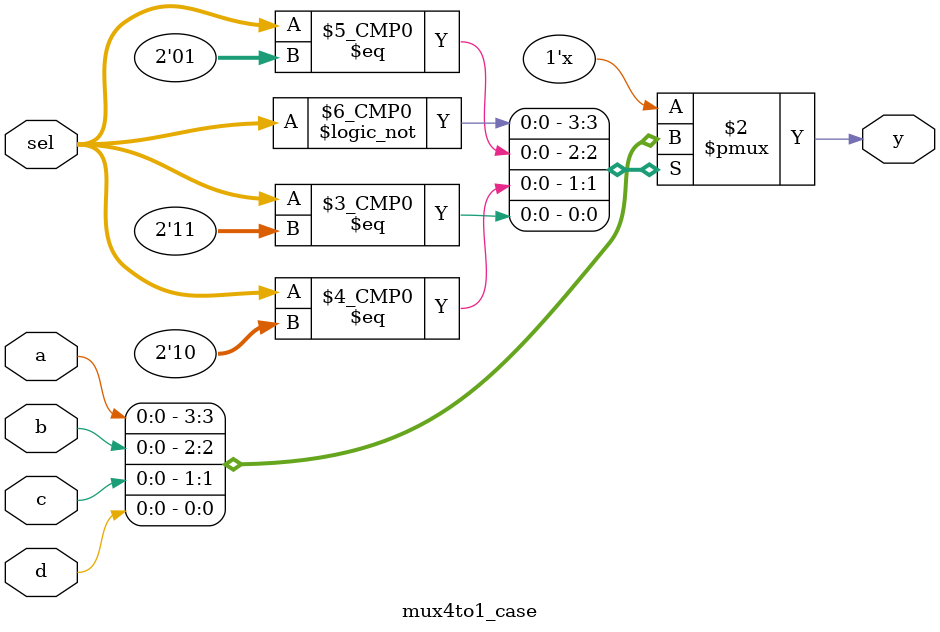
<source format=v>
module mux4to1_case (output reg y, input a, b, c, d, input [1:0]sel);
    always @ (a or b or c or d or sel)
    begin
        case ({sel[1],sel[0]})
            2'b00: y = a;   // When select is 0, output follows input a
            2'b01: y = b;   // When select is 1, output follows input b
	    2'b10: y = c;
	    2'b11: y = d;
            default: y = 1'bx; // Undefined select value
        endcase
    end
endmodule

</source>
